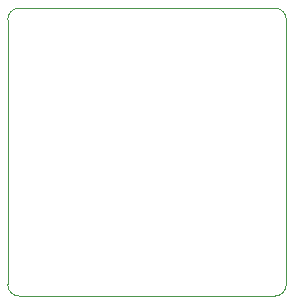
<source format=gm1>
G04 #@! TF.GenerationSoftware,KiCad,Pcbnew,8.0.5-rc1-202409040208~b22948988f~ubuntu24.04.1*
G04 #@! TF.CreationDate,2024-09-06T21:41:45+02:00*
G04 #@! TF.ProjectId,lora-board,6c6f7261-2d62-46f6-9172-642e6b696361,2*
G04 #@! TF.SameCoordinates,Original*
G04 #@! TF.FileFunction,Profile,NP*
%FSLAX46Y46*%
G04 Gerber Fmt 4.6, Leading zero omitted, Abs format (unit mm)*
G04 Created by KiCad (PCBNEW 8.0.5-rc1-202409040208~b22948988f~ubuntu24.04.1) date 2024-09-06 21:41:45*
%MOMM*%
%LPD*%
G01*
G04 APERTURE LIST*
G04 #@! TA.AperFunction,Profile*
%ADD10C,0.100000*%
G04 #@! TD*
G04 APERTURE END LIST*
D10*
X121800000Y-51600000D02*
X121800000Y-74000000D01*
X120800000Y-50600000D02*
G75*
G02*
X121800000Y-51600000I0J-1000000D01*
G01*
X99200000Y-50600000D02*
X120800000Y-50600000D01*
X98200000Y-74000000D02*
X98200000Y-51600000D01*
X121800000Y-74000000D02*
G75*
G02*
X120800000Y-75000000I-1000000J0D01*
G01*
X99200000Y-75000000D02*
X120800000Y-75000000D01*
X98200000Y-51600000D02*
G75*
G02*
X99200000Y-50600000I1000000J0D01*
G01*
X99200000Y-75000000D02*
G75*
G02*
X98200000Y-74000000I0J1000000D01*
G01*
M02*

</source>
